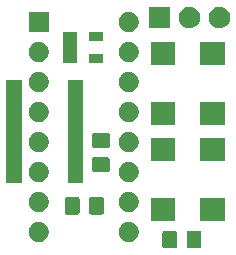
<source format=gbr>
G04 #@! TF.GenerationSoftware,KiCad,Pcbnew,(5.1.5)-3*
G04 #@! TF.CreationDate,2020-09-02T21:16:59-04:00*
G04 #@! TF.ProjectId,8701Duo,38373031-4475-46f2-9e6b-696361645f70,rev?*
G04 #@! TF.SameCoordinates,Original*
G04 #@! TF.FileFunction,Soldermask,Top*
G04 #@! TF.FilePolarity,Negative*
%FSLAX46Y46*%
G04 Gerber Fmt 4.6, Leading zero omitted, Abs format (unit mm)*
G04 Created by KiCad (PCBNEW (5.1.5)-3) date 2020-09-02 21:16:59*
%MOMM*%
%LPD*%
G04 APERTURE LIST*
%ADD10C,0.100000*%
G04 APERTURE END LIST*
D10*
G36*
X94897174Y-78628465D02*
G01*
X94934867Y-78639899D01*
X94969603Y-78658466D01*
X95000048Y-78683452D01*
X95025034Y-78713897D01*
X95043601Y-78748633D01*
X95055035Y-78786326D01*
X95059500Y-78831661D01*
X95059500Y-79918339D01*
X95055035Y-79963674D01*
X95043601Y-80001367D01*
X95025034Y-80036103D01*
X95000048Y-80066548D01*
X94969603Y-80091534D01*
X94934867Y-80110101D01*
X94897174Y-80121535D01*
X94851839Y-80126000D01*
X94015161Y-80126000D01*
X93969826Y-80121535D01*
X93932133Y-80110101D01*
X93897397Y-80091534D01*
X93866952Y-80066548D01*
X93841966Y-80036103D01*
X93823399Y-80001367D01*
X93811965Y-79963674D01*
X93807500Y-79918339D01*
X93807500Y-78831661D01*
X93811965Y-78786326D01*
X93823399Y-78748633D01*
X93841966Y-78713897D01*
X93866952Y-78683452D01*
X93897397Y-78658466D01*
X93932133Y-78639899D01*
X93969826Y-78628465D01*
X94015161Y-78624000D01*
X94851839Y-78624000D01*
X94897174Y-78628465D01*
G37*
G36*
X92847174Y-78628465D02*
G01*
X92884867Y-78639899D01*
X92919603Y-78658466D01*
X92950048Y-78683452D01*
X92975034Y-78713897D01*
X92993601Y-78748633D01*
X93005035Y-78786326D01*
X93009500Y-78831661D01*
X93009500Y-79918339D01*
X93005035Y-79963674D01*
X92993601Y-80001367D01*
X92975034Y-80036103D01*
X92950048Y-80066548D01*
X92919603Y-80091534D01*
X92884867Y-80110101D01*
X92847174Y-80121535D01*
X92801839Y-80126000D01*
X91965161Y-80126000D01*
X91919826Y-80121535D01*
X91882133Y-80110101D01*
X91847397Y-80091534D01*
X91816952Y-80066548D01*
X91791966Y-80036103D01*
X91773399Y-80001367D01*
X91761965Y-79963674D01*
X91757500Y-79918339D01*
X91757500Y-78831661D01*
X91761965Y-78786326D01*
X91773399Y-78748633D01*
X91791966Y-78713897D01*
X91816952Y-78683452D01*
X91847397Y-78658466D01*
X91882133Y-78639899D01*
X91919826Y-78628465D01*
X91965161Y-78624000D01*
X92801839Y-78624000D01*
X92847174Y-78628465D01*
G37*
G36*
X81528228Y-77921703D02*
G01*
X81683100Y-77985853D01*
X81822481Y-78078985D01*
X81941015Y-78197519D01*
X82034147Y-78336900D01*
X82098297Y-78491772D01*
X82131000Y-78656184D01*
X82131000Y-78823816D01*
X82098297Y-78988228D01*
X82034147Y-79143100D01*
X81941015Y-79282481D01*
X81822481Y-79401015D01*
X81683100Y-79494147D01*
X81528228Y-79558297D01*
X81363816Y-79591000D01*
X81196184Y-79591000D01*
X81031772Y-79558297D01*
X80876900Y-79494147D01*
X80737519Y-79401015D01*
X80618985Y-79282481D01*
X80525853Y-79143100D01*
X80461703Y-78988228D01*
X80429000Y-78823816D01*
X80429000Y-78656184D01*
X80461703Y-78491772D01*
X80525853Y-78336900D01*
X80618985Y-78197519D01*
X80737519Y-78078985D01*
X80876900Y-77985853D01*
X81031772Y-77921703D01*
X81196184Y-77889000D01*
X81363816Y-77889000D01*
X81528228Y-77921703D01*
G37*
G36*
X89148228Y-77921703D02*
G01*
X89303100Y-77985853D01*
X89442481Y-78078985D01*
X89561015Y-78197519D01*
X89654147Y-78336900D01*
X89718297Y-78491772D01*
X89751000Y-78656184D01*
X89751000Y-78823816D01*
X89718297Y-78988228D01*
X89654147Y-79143100D01*
X89561015Y-79282481D01*
X89442481Y-79401015D01*
X89303100Y-79494147D01*
X89148228Y-79558297D01*
X88983816Y-79591000D01*
X88816184Y-79591000D01*
X88651772Y-79558297D01*
X88496900Y-79494147D01*
X88357519Y-79401015D01*
X88238985Y-79282481D01*
X88145853Y-79143100D01*
X88081703Y-78988228D01*
X88049000Y-78823816D01*
X88049000Y-78656184D01*
X88081703Y-78491772D01*
X88145853Y-78336900D01*
X88238985Y-78197519D01*
X88357519Y-78078985D01*
X88496900Y-77985853D01*
X88651772Y-77921703D01*
X88816184Y-77889000D01*
X88983816Y-77889000D01*
X89148228Y-77921703D01*
G37*
G36*
X92867500Y-77786000D02*
G01*
X90765500Y-77786000D01*
X90765500Y-75884000D01*
X92867500Y-75884000D01*
X92867500Y-77786000D01*
G37*
G36*
X97067500Y-77786000D02*
G01*
X94965500Y-77786000D01*
X94965500Y-75884000D01*
X97067500Y-75884000D01*
X97067500Y-77786000D01*
G37*
G36*
X86642174Y-75770965D02*
G01*
X86679867Y-75782399D01*
X86714603Y-75800966D01*
X86745048Y-75825952D01*
X86770034Y-75856397D01*
X86788601Y-75891133D01*
X86800035Y-75928826D01*
X86804500Y-75974161D01*
X86804500Y-77060839D01*
X86800035Y-77106174D01*
X86788601Y-77143867D01*
X86770034Y-77178603D01*
X86745048Y-77209048D01*
X86714603Y-77234034D01*
X86679867Y-77252601D01*
X86642174Y-77264035D01*
X86596839Y-77268500D01*
X85760161Y-77268500D01*
X85714826Y-77264035D01*
X85677133Y-77252601D01*
X85642397Y-77234034D01*
X85611952Y-77209048D01*
X85586966Y-77178603D01*
X85568399Y-77143867D01*
X85556965Y-77106174D01*
X85552500Y-77060839D01*
X85552500Y-75974161D01*
X85556965Y-75928826D01*
X85568399Y-75891133D01*
X85586966Y-75856397D01*
X85611952Y-75825952D01*
X85642397Y-75800966D01*
X85677133Y-75782399D01*
X85714826Y-75770965D01*
X85760161Y-75766500D01*
X86596839Y-75766500D01*
X86642174Y-75770965D01*
G37*
G36*
X84592174Y-75770965D02*
G01*
X84629867Y-75782399D01*
X84664603Y-75800966D01*
X84695048Y-75825952D01*
X84720034Y-75856397D01*
X84738601Y-75891133D01*
X84750035Y-75928826D01*
X84754500Y-75974161D01*
X84754500Y-77060839D01*
X84750035Y-77106174D01*
X84738601Y-77143867D01*
X84720034Y-77178603D01*
X84695048Y-77209048D01*
X84664603Y-77234034D01*
X84629867Y-77252601D01*
X84592174Y-77264035D01*
X84546839Y-77268500D01*
X83710161Y-77268500D01*
X83664826Y-77264035D01*
X83627133Y-77252601D01*
X83592397Y-77234034D01*
X83561952Y-77209048D01*
X83536966Y-77178603D01*
X83518399Y-77143867D01*
X83506965Y-77106174D01*
X83502500Y-77060839D01*
X83502500Y-75974161D01*
X83506965Y-75928826D01*
X83518399Y-75891133D01*
X83536966Y-75856397D01*
X83561952Y-75825952D01*
X83592397Y-75800966D01*
X83627133Y-75782399D01*
X83664826Y-75770965D01*
X83710161Y-75766500D01*
X84546839Y-75766500D01*
X84592174Y-75770965D01*
G37*
G36*
X89148228Y-75381703D02*
G01*
X89303100Y-75445853D01*
X89442481Y-75538985D01*
X89561015Y-75657519D01*
X89654147Y-75796900D01*
X89718297Y-75951772D01*
X89751000Y-76116184D01*
X89751000Y-76283816D01*
X89718297Y-76448228D01*
X89654147Y-76603100D01*
X89561015Y-76742481D01*
X89442481Y-76861015D01*
X89303100Y-76954147D01*
X89148228Y-77018297D01*
X88983816Y-77051000D01*
X88816184Y-77051000D01*
X88651772Y-77018297D01*
X88496900Y-76954147D01*
X88357519Y-76861015D01*
X88238985Y-76742481D01*
X88145853Y-76603100D01*
X88081703Y-76448228D01*
X88049000Y-76283816D01*
X88049000Y-76116184D01*
X88081703Y-75951772D01*
X88145853Y-75796900D01*
X88238985Y-75657519D01*
X88357519Y-75538985D01*
X88496900Y-75445853D01*
X88651772Y-75381703D01*
X88816184Y-75349000D01*
X88983816Y-75349000D01*
X89148228Y-75381703D01*
G37*
G36*
X81528228Y-75381703D02*
G01*
X81683100Y-75445853D01*
X81822481Y-75538985D01*
X81941015Y-75657519D01*
X82034147Y-75796900D01*
X82098297Y-75951772D01*
X82131000Y-76116184D01*
X82131000Y-76283816D01*
X82098297Y-76448228D01*
X82034147Y-76603100D01*
X81941015Y-76742481D01*
X81822481Y-76861015D01*
X81683100Y-76954147D01*
X81528228Y-77018297D01*
X81363816Y-77051000D01*
X81196184Y-77051000D01*
X81031772Y-77018297D01*
X80876900Y-76954147D01*
X80737519Y-76861015D01*
X80618985Y-76742481D01*
X80525853Y-76603100D01*
X80461703Y-76448228D01*
X80429000Y-76283816D01*
X80429000Y-76116184D01*
X80461703Y-75951772D01*
X80525853Y-75796900D01*
X80618985Y-75657519D01*
X80737519Y-75538985D01*
X80876900Y-75445853D01*
X81031772Y-75381703D01*
X81196184Y-75349000D01*
X81363816Y-75349000D01*
X81528228Y-75381703D01*
G37*
G36*
X79839000Y-74609500D02*
G01*
X78537000Y-74609500D01*
X78537000Y-65852500D01*
X79839000Y-65852500D01*
X79839000Y-74609500D01*
G37*
G36*
X85039000Y-74609500D02*
G01*
X83737000Y-74609500D01*
X83737000Y-65852500D01*
X85039000Y-65852500D01*
X85039000Y-74609500D01*
G37*
G36*
X81528228Y-72841703D02*
G01*
X81683100Y-72905853D01*
X81822481Y-72998985D01*
X81941015Y-73117519D01*
X82034147Y-73256900D01*
X82098297Y-73411772D01*
X82131000Y-73576184D01*
X82131000Y-73743816D01*
X82098297Y-73908228D01*
X82034147Y-74063100D01*
X81941015Y-74202481D01*
X81822481Y-74321015D01*
X81683100Y-74414147D01*
X81528228Y-74478297D01*
X81363816Y-74511000D01*
X81196184Y-74511000D01*
X81031772Y-74478297D01*
X80876900Y-74414147D01*
X80737519Y-74321015D01*
X80618985Y-74202481D01*
X80525853Y-74063100D01*
X80461703Y-73908228D01*
X80429000Y-73743816D01*
X80429000Y-73576184D01*
X80461703Y-73411772D01*
X80525853Y-73256900D01*
X80618985Y-73117519D01*
X80737519Y-72998985D01*
X80876900Y-72905853D01*
X81031772Y-72841703D01*
X81196184Y-72809000D01*
X81363816Y-72809000D01*
X81528228Y-72841703D01*
G37*
G36*
X89148228Y-72841703D02*
G01*
X89303100Y-72905853D01*
X89442481Y-72998985D01*
X89561015Y-73117519D01*
X89654147Y-73256900D01*
X89718297Y-73411772D01*
X89751000Y-73576184D01*
X89751000Y-73743816D01*
X89718297Y-73908228D01*
X89654147Y-74063100D01*
X89561015Y-74202481D01*
X89442481Y-74321015D01*
X89303100Y-74414147D01*
X89148228Y-74478297D01*
X88983816Y-74511000D01*
X88816184Y-74511000D01*
X88651772Y-74478297D01*
X88496900Y-74414147D01*
X88357519Y-74321015D01*
X88238985Y-74202481D01*
X88145853Y-74063100D01*
X88081703Y-73908228D01*
X88049000Y-73743816D01*
X88049000Y-73576184D01*
X88081703Y-73411772D01*
X88145853Y-73256900D01*
X88238985Y-73117519D01*
X88357519Y-72998985D01*
X88496900Y-72905853D01*
X88651772Y-72841703D01*
X88816184Y-72809000D01*
X88983816Y-72809000D01*
X89148228Y-72841703D01*
G37*
G36*
X87139174Y-72412465D02*
G01*
X87176867Y-72423899D01*
X87211603Y-72442466D01*
X87242048Y-72467452D01*
X87267034Y-72497897D01*
X87285601Y-72532633D01*
X87297035Y-72570326D01*
X87301500Y-72615661D01*
X87301500Y-73452339D01*
X87297035Y-73497674D01*
X87285601Y-73535367D01*
X87267034Y-73570103D01*
X87242048Y-73600548D01*
X87211603Y-73625534D01*
X87176867Y-73644101D01*
X87139174Y-73655535D01*
X87093839Y-73660000D01*
X86007161Y-73660000D01*
X85961826Y-73655535D01*
X85924133Y-73644101D01*
X85889397Y-73625534D01*
X85858952Y-73600548D01*
X85833966Y-73570103D01*
X85815399Y-73535367D01*
X85803965Y-73497674D01*
X85799500Y-73452339D01*
X85799500Y-72615661D01*
X85803965Y-72570326D01*
X85815399Y-72532633D01*
X85833966Y-72497897D01*
X85858952Y-72467452D01*
X85889397Y-72442466D01*
X85924133Y-72423899D01*
X85961826Y-72412465D01*
X86007161Y-72408000D01*
X87093839Y-72408000D01*
X87139174Y-72412465D01*
G37*
G36*
X97067500Y-72706000D02*
G01*
X94965500Y-72706000D01*
X94965500Y-70804000D01*
X97067500Y-70804000D01*
X97067500Y-72706000D01*
G37*
G36*
X92867500Y-72706000D02*
G01*
X90765500Y-72706000D01*
X90765500Y-70804000D01*
X92867500Y-70804000D01*
X92867500Y-72706000D01*
G37*
G36*
X89148228Y-70301703D02*
G01*
X89303100Y-70365853D01*
X89442481Y-70458985D01*
X89561015Y-70577519D01*
X89654147Y-70716900D01*
X89718297Y-70871772D01*
X89751000Y-71036184D01*
X89751000Y-71203816D01*
X89718297Y-71368228D01*
X89654147Y-71523100D01*
X89561015Y-71662481D01*
X89442481Y-71781015D01*
X89303100Y-71874147D01*
X89148228Y-71938297D01*
X88983816Y-71971000D01*
X88816184Y-71971000D01*
X88651772Y-71938297D01*
X88496900Y-71874147D01*
X88357519Y-71781015D01*
X88238985Y-71662481D01*
X88145853Y-71523100D01*
X88081703Y-71368228D01*
X88049000Y-71203816D01*
X88049000Y-71036184D01*
X88081703Y-70871772D01*
X88145853Y-70716900D01*
X88238985Y-70577519D01*
X88357519Y-70458985D01*
X88496900Y-70365853D01*
X88651772Y-70301703D01*
X88816184Y-70269000D01*
X88983816Y-70269000D01*
X89148228Y-70301703D01*
G37*
G36*
X81528228Y-70301703D02*
G01*
X81683100Y-70365853D01*
X81822481Y-70458985D01*
X81941015Y-70577519D01*
X82034147Y-70716900D01*
X82098297Y-70871772D01*
X82131000Y-71036184D01*
X82131000Y-71203816D01*
X82098297Y-71368228D01*
X82034147Y-71523100D01*
X81941015Y-71662481D01*
X81822481Y-71781015D01*
X81683100Y-71874147D01*
X81528228Y-71938297D01*
X81363816Y-71971000D01*
X81196184Y-71971000D01*
X81031772Y-71938297D01*
X80876900Y-71874147D01*
X80737519Y-71781015D01*
X80618985Y-71662481D01*
X80525853Y-71523100D01*
X80461703Y-71368228D01*
X80429000Y-71203816D01*
X80429000Y-71036184D01*
X80461703Y-70871772D01*
X80525853Y-70716900D01*
X80618985Y-70577519D01*
X80737519Y-70458985D01*
X80876900Y-70365853D01*
X81031772Y-70301703D01*
X81196184Y-70269000D01*
X81363816Y-70269000D01*
X81528228Y-70301703D01*
G37*
G36*
X87139174Y-70362465D02*
G01*
X87176867Y-70373899D01*
X87211603Y-70392466D01*
X87242048Y-70417452D01*
X87267034Y-70447897D01*
X87285601Y-70482633D01*
X87297035Y-70520326D01*
X87301500Y-70565661D01*
X87301500Y-71402339D01*
X87297035Y-71447674D01*
X87285601Y-71485367D01*
X87267034Y-71520103D01*
X87242048Y-71550548D01*
X87211603Y-71575534D01*
X87176867Y-71594101D01*
X87139174Y-71605535D01*
X87093839Y-71610000D01*
X86007161Y-71610000D01*
X85961826Y-71605535D01*
X85924133Y-71594101D01*
X85889397Y-71575534D01*
X85858952Y-71550548D01*
X85833966Y-71520103D01*
X85815399Y-71485367D01*
X85803965Y-71447674D01*
X85799500Y-71402339D01*
X85799500Y-70565661D01*
X85803965Y-70520326D01*
X85815399Y-70482633D01*
X85833966Y-70447897D01*
X85858952Y-70417452D01*
X85889397Y-70392466D01*
X85924133Y-70373899D01*
X85961826Y-70362465D01*
X86007161Y-70358000D01*
X87093839Y-70358000D01*
X87139174Y-70362465D01*
G37*
G36*
X92867500Y-69658000D02*
G01*
X90765500Y-69658000D01*
X90765500Y-67756000D01*
X92867500Y-67756000D01*
X92867500Y-69658000D01*
G37*
G36*
X97067500Y-69658000D02*
G01*
X94965500Y-69658000D01*
X94965500Y-67756000D01*
X97067500Y-67756000D01*
X97067500Y-69658000D01*
G37*
G36*
X89148228Y-67761703D02*
G01*
X89303100Y-67825853D01*
X89442481Y-67918985D01*
X89561015Y-68037519D01*
X89654147Y-68176900D01*
X89718297Y-68331772D01*
X89751000Y-68496184D01*
X89751000Y-68663816D01*
X89718297Y-68828228D01*
X89654147Y-68983100D01*
X89561015Y-69122481D01*
X89442481Y-69241015D01*
X89303100Y-69334147D01*
X89148228Y-69398297D01*
X88983816Y-69431000D01*
X88816184Y-69431000D01*
X88651772Y-69398297D01*
X88496900Y-69334147D01*
X88357519Y-69241015D01*
X88238985Y-69122481D01*
X88145853Y-68983100D01*
X88081703Y-68828228D01*
X88049000Y-68663816D01*
X88049000Y-68496184D01*
X88081703Y-68331772D01*
X88145853Y-68176900D01*
X88238985Y-68037519D01*
X88357519Y-67918985D01*
X88496900Y-67825853D01*
X88651772Y-67761703D01*
X88816184Y-67729000D01*
X88983816Y-67729000D01*
X89148228Y-67761703D01*
G37*
G36*
X81528228Y-67761703D02*
G01*
X81683100Y-67825853D01*
X81822481Y-67918985D01*
X81941015Y-68037519D01*
X82034147Y-68176900D01*
X82098297Y-68331772D01*
X82131000Y-68496184D01*
X82131000Y-68663816D01*
X82098297Y-68828228D01*
X82034147Y-68983100D01*
X81941015Y-69122481D01*
X81822481Y-69241015D01*
X81683100Y-69334147D01*
X81528228Y-69398297D01*
X81363816Y-69431000D01*
X81196184Y-69431000D01*
X81031772Y-69398297D01*
X80876900Y-69334147D01*
X80737519Y-69241015D01*
X80618985Y-69122481D01*
X80525853Y-68983100D01*
X80461703Y-68828228D01*
X80429000Y-68663816D01*
X80429000Y-68496184D01*
X80461703Y-68331772D01*
X80525853Y-68176900D01*
X80618985Y-68037519D01*
X80737519Y-67918985D01*
X80876900Y-67825853D01*
X81031772Y-67761703D01*
X81196184Y-67729000D01*
X81363816Y-67729000D01*
X81528228Y-67761703D01*
G37*
G36*
X89148228Y-65221703D02*
G01*
X89303100Y-65285853D01*
X89442481Y-65378985D01*
X89561015Y-65497519D01*
X89654147Y-65636900D01*
X89718297Y-65791772D01*
X89751000Y-65956184D01*
X89751000Y-66123816D01*
X89718297Y-66288228D01*
X89654147Y-66443100D01*
X89561015Y-66582481D01*
X89442481Y-66701015D01*
X89303100Y-66794147D01*
X89148228Y-66858297D01*
X88983816Y-66891000D01*
X88816184Y-66891000D01*
X88651772Y-66858297D01*
X88496900Y-66794147D01*
X88357519Y-66701015D01*
X88238985Y-66582481D01*
X88145853Y-66443100D01*
X88081703Y-66288228D01*
X88049000Y-66123816D01*
X88049000Y-65956184D01*
X88081703Y-65791772D01*
X88145853Y-65636900D01*
X88238985Y-65497519D01*
X88357519Y-65378985D01*
X88496900Y-65285853D01*
X88651772Y-65221703D01*
X88816184Y-65189000D01*
X88983816Y-65189000D01*
X89148228Y-65221703D01*
G37*
G36*
X81528228Y-65221703D02*
G01*
X81683100Y-65285853D01*
X81822481Y-65378985D01*
X81941015Y-65497519D01*
X82034147Y-65636900D01*
X82098297Y-65791772D01*
X82131000Y-65956184D01*
X82131000Y-66123816D01*
X82098297Y-66288228D01*
X82034147Y-66443100D01*
X81941015Y-66582481D01*
X81822481Y-66701015D01*
X81683100Y-66794147D01*
X81528228Y-66858297D01*
X81363816Y-66891000D01*
X81196184Y-66891000D01*
X81031772Y-66858297D01*
X80876900Y-66794147D01*
X80737519Y-66701015D01*
X80618985Y-66582481D01*
X80525853Y-66443100D01*
X80461703Y-66288228D01*
X80429000Y-66123816D01*
X80429000Y-65956184D01*
X80461703Y-65791772D01*
X80525853Y-65636900D01*
X80618985Y-65497519D01*
X80737519Y-65378985D01*
X80876900Y-65285853D01*
X81031772Y-65221703D01*
X81196184Y-65189000D01*
X81363816Y-65189000D01*
X81528228Y-65221703D01*
G37*
G36*
X92867500Y-64578000D02*
G01*
X90765500Y-64578000D01*
X90765500Y-62676000D01*
X92867500Y-62676000D01*
X92867500Y-64578000D01*
G37*
G36*
X97067500Y-64578000D02*
G01*
X94965500Y-64578000D01*
X94965500Y-62676000D01*
X97067500Y-62676000D01*
X97067500Y-64578000D01*
G37*
G36*
X84507500Y-64445000D02*
G01*
X83345500Y-64445000D01*
X83345500Y-61793000D01*
X84507500Y-61793000D01*
X84507500Y-64445000D01*
G37*
G36*
X86707500Y-64445000D02*
G01*
X85545500Y-64445000D01*
X85545500Y-63693000D01*
X86707500Y-63693000D01*
X86707500Y-64445000D01*
G37*
G36*
X81528228Y-62681703D02*
G01*
X81683100Y-62745853D01*
X81822481Y-62838985D01*
X81941015Y-62957519D01*
X82034147Y-63096900D01*
X82098297Y-63251772D01*
X82131000Y-63416184D01*
X82131000Y-63583816D01*
X82098297Y-63748228D01*
X82034147Y-63903100D01*
X81941015Y-64042481D01*
X81822481Y-64161015D01*
X81683100Y-64254147D01*
X81528228Y-64318297D01*
X81363816Y-64351000D01*
X81196184Y-64351000D01*
X81031772Y-64318297D01*
X80876900Y-64254147D01*
X80737519Y-64161015D01*
X80618985Y-64042481D01*
X80525853Y-63903100D01*
X80461703Y-63748228D01*
X80429000Y-63583816D01*
X80429000Y-63416184D01*
X80461703Y-63251772D01*
X80525853Y-63096900D01*
X80618985Y-62957519D01*
X80737519Y-62838985D01*
X80876900Y-62745853D01*
X81031772Y-62681703D01*
X81196184Y-62649000D01*
X81363816Y-62649000D01*
X81528228Y-62681703D01*
G37*
G36*
X89148228Y-62681703D02*
G01*
X89303100Y-62745853D01*
X89442481Y-62838985D01*
X89561015Y-62957519D01*
X89654147Y-63096900D01*
X89718297Y-63251772D01*
X89751000Y-63416184D01*
X89751000Y-63583816D01*
X89718297Y-63748228D01*
X89654147Y-63903100D01*
X89561015Y-64042481D01*
X89442481Y-64161015D01*
X89303100Y-64254147D01*
X89148228Y-64318297D01*
X88983816Y-64351000D01*
X88816184Y-64351000D01*
X88651772Y-64318297D01*
X88496900Y-64254147D01*
X88357519Y-64161015D01*
X88238985Y-64042481D01*
X88145853Y-63903100D01*
X88081703Y-63748228D01*
X88049000Y-63583816D01*
X88049000Y-63416184D01*
X88081703Y-63251772D01*
X88145853Y-63096900D01*
X88238985Y-62957519D01*
X88357519Y-62838985D01*
X88496900Y-62745853D01*
X88651772Y-62681703D01*
X88816184Y-62649000D01*
X88983816Y-62649000D01*
X89148228Y-62681703D01*
G37*
G36*
X86707500Y-62545000D02*
G01*
X85545500Y-62545000D01*
X85545500Y-61793000D01*
X86707500Y-61793000D01*
X86707500Y-62545000D01*
G37*
G36*
X89148228Y-60141703D02*
G01*
X89303100Y-60205853D01*
X89442481Y-60298985D01*
X89561015Y-60417519D01*
X89654147Y-60556900D01*
X89718297Y-60711772D01*
X89751000Y-60876184D01*
X89751000Y-61043816D01*
X89718297Y-61208228D01*
X89654147Y-61363100D01*
X89561015Y-61502481D01*
X89442481Y-61621015D01*
X89303100Y-61714147D01*
X89148228Y-61778297D01*
X88983816Y-61811000D01*
X88816184Y-61811000D01*
X88651772Y-61778297D01*
X88496900Y-61714147D01*
X88357519Y-61621015D01*
X88238985Y-61502481D01*
X88145853Y-61363100D01*
X88081703Y-61208228D01*
X88049000Y-61043816D01*
X88049000Y-60876184D01*
X88081703Y-60711772D01*
X88145853Y-60556900D01*
X88238985Y-60417519D01*
X88357519Y-60298985D01*
X88496900Y-60205853D01*
X88651772Y-60141703D01*
X88816184Y-60109000D01*
X88983816Y-60109000D01*
X89148228Y-60141703D01*
G37*
G36*
X82131000Y-61811000D02*
G01*
X80429000Y-61811000D01*
X80429000Y-60109000D01*
X82131000Y-60109000D01*
X82131000Y-61811000D01*
G37*
G36*
X96697012Y-59682927D02*
G01*
X96846312Y-59712624D01*
X97010284Y-59780544D01*
X97157854Y-59879147D01*
X97283353Y-60004646D01*
X97381956Y-60152216D01*
X97449876Y-60316188D01*
X97484500Y-60490259D01*
X97484500Y-60667741D01*
X97449876Y-60841812D01*
X97381956Y-61005784D01*
X97283353Y-61153354D01*
X97157854Y-61278853D01*
X97010284Y-61377456D01*
X96846312Y-61445376D01*
X96697012Y-61475073D01*
X96672242Y-61480000D01*
X96494758Y-61480000D01*
X96469988Y-61475073D01*
X96320688Y-61445376D01*
X96156716Y-61377456D01*
X96009146Y-61278853D01*
X95883647Y-61153354D01*
X95785044Y-61005784D01*
X95717124Y-60841812D01*
X95682500Y-60667741D01*
X95682500Y-60490259D01*
X95717124Y-60316188D01*
X95785044Y-60152216D01*
X95883647Y-60004646D01*
X96009146Y-59879147D01*
X96156716Y-59780544D01*
X96320688Y-59712624D01*
X96469988Y-59682927D01*
X96494758Y-59678000D01*
X96672242Y-59678000D01*
X96697012Y-59682927D01*
G37*
G36*
X94157012Y-59682927D02*
G01*
X94306312Y-59712624D01*
X94470284Y-59780544D01*
X94617854Y-59879147D01*
X94743353Y-60004646D01*
X94841956Y-60152216D01*
X94909876Y-60316188D01*
X94944500Y-60490259D01*
X94944500Y-60667741D01*
X94909876Y-60841812D01*
X94841956Y-61005784D01*
X94743353Y-61153354D01*
X94617854Y-61278853D01*
X94470284Y-61377456D01*
X94306312Y-61445376D01*
X94157012Y-61475073D01*
X94132242Y-61480000D01*
X93954758Y-61480000D01*
X93929988Y-61475073D01*
X93780688Y-61445376D01*
X93616716Y-61377456D01*
X93469146Y-61278853D01*
X93343647Y-61153354D01*
X93245044Y-61005784D01*
X93177124Y-60841812D01*
X93142500Y-60667741D01*
X93142500Y-60490259D01*
X93177124Y-60316188D01*
X93245044Y-60152216D01*
X93343647Y-60004646D01*
X93469146Y-59879147D01*
X93616716Y-59780544D01*
X93780688Y-59712624D01*
X93929988Y-59682927D01*
X93954758Y-59678000D01*
X94132242Y-59678000D01*
X94157012Y-59682927D01*
G37*
G36*
X92404500Y-61480000D02*
G01*
X90602500Y-61480000D01*
X90602500Y-59678000D01*
X92404500Y-59678000D01*
X92404500Y-61480000D01*
G37*
M02*

</source>
